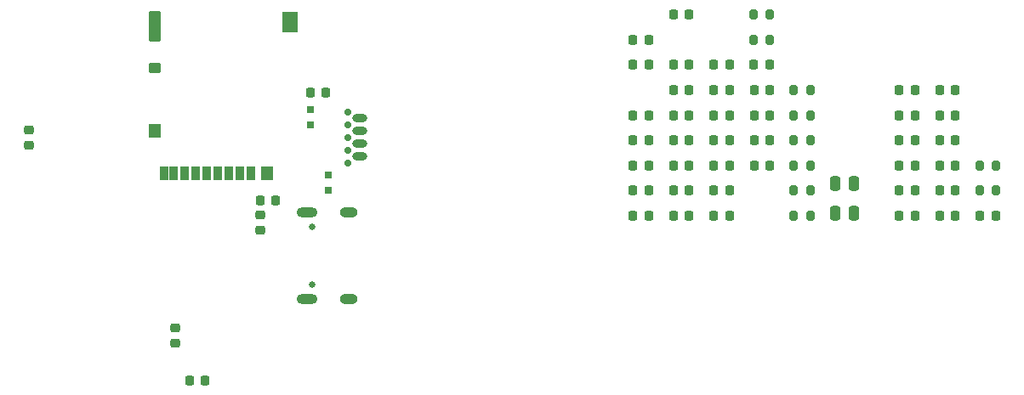
<source format=gbr>
%TF.GenerationSoftware,KiCad,Pcbnew,9.0.1-9.0.1-0~ubuntu24.04.1*%
%TF.CreationDate,2025-06-01T18:05:04-05:00*%
%TF.ProjectId,FC,46432e6b-6963-4616-945f-706362585858,rev?*%
%TF.SameCoordinates,Original*%
%TF.FileFunction,Soldermask,Bot*%
%TF.FilePolarity,Negative*%
%FSLAX46Y46*%
G04 Gerber Fmt 4.6, Leading zero omitted, Abs format (unit mm)*
G04 Created by KiCad (PCBNEW 9.0.1-9.0.1-0~ubuntu24.04.1) date 2025-06-01 18:05:04*
%MOMM*%
%LPD*%
G01*
G04 APERTURE LIST*
G04 Aperture macros list*
%AMRoundRect*
0 Rectangle with rounded corners*
0 $1 Rounding radius*
0 $2 $3 $4 $5 $6 $7 $8 $9 X,Y pos of 4 corners*
0 Add a 4 corners polygon primitive as box body*
4,1,4,$2,$3,$4,$5,$6,$7,$8,$9,$2,$3,0*
0 Add four circle primitives for the rounded corners*
1,1,$1+$1,$2,$3*
1,1,$1+$1,$4,$5*
1,1,$1+$1,$6,$7*
1,1,$1+$1,$8,$9*
0 Add four rect primitives between the rounded corners*
20,1,$1+$1,$2,$3,$4,$5,0*
20,1,$1+$1,$4,$5,$6,$7,0*
20,1,$1+$1,$6,$7,$8,$9,0*
20,1,$1+$1,$8,$9,$2,$3,0*%
G04 Aperture macros list end*
%ADD10R,0.685800X0.711200*%
%ADD11RoundRect,0.225000X-0.225000X-0.250000X0.225000X-0.250000X0.225000X0.250000X-0.225000X0.250000X0*%
%ADD12RoundRect,0.218750X-0.218750X-0.256250X0.218750X-0.256250X0.218750X0.256250X-0.218750X0.256250X0*%
%ADD13RoundRect,0.225000X-0.250000X0.225000X-0.250000X-0.225000X0.250000X-0.225000X0.250000X0.225000X0*%
%ADD14RoundRect,0.200000X-0.200000X-0.275000X0.200000X-0.275000X0.200000X0.275000X-0.200000X0.275000X0*%
%ADD15RoundRect,0.225000X0.250000X-0.225000X0.250000X0.225000X-0.250000X0.225000X-0.250000X-0.225000X0*%
%ADD16C,0.650000*%
%ADD17O,2.100000X1.000000*%
%ADD18O,1.800000X1.000000*%
%ADD19RoundRect,0.250000X-0.250000X-0.475000X0.250000X-0.475000X0.250000X0.475000X-0.250000X0.475000X0*%
%ADD20RoundRect,0.225000X0.225000X0.250000X-0.225000X0.250000X-0.225000X-0.250000X0.225000X-0.250000X0*%
%ADD21C,0.700000*%
%ADD22O,1.500000X0.800000*%
%ADD23RoundRect,0.102000X-0.350000X-0.600000X0.350000X-0.600000X0.350000X0.600000X-0.350000X0.600000X0*%
%ADD24RoundRect,0.102000X-0.500000X-0.600000X0.500000X-0.600000X0.500000X0.600000X-0.500000X0.600000X0*%
%ADD25RoundRect,0.102000X-0.500000X-1.400000X0.500000X-1.400000X0.500000X1.400000X-0.500000X1.400000X0*%
%ADD26RoundRect,0.102000X-0.650000X-0.950000X0.650000X-0.950000X0.650000X0.950000X-0.650000X0.950000X0*%
%ADD27RoundRect,0.102000X-0.500000X-0.400000X0.500000X-0.400000X0.500000X0.400000X-0.500000X0.400000X0*%
G04 APERTURE END LIST*
D10*
%TO.C,U7*%
X195250000Y-68250000D03*
X195250000Y-66751400D03*
%TD*%
D11*
%TO.C,C18*%
X225630000Y-60770000D03*
X227180000Y-60770000D03*
%TD*%
%TO.C,C33*%
X233650000Y-68300000D03*
X235200000Y-68300000D03*
%TD*%
%TO.C,C3*%
X252130000Y-65790000D03*
X253680000Y-65790000D03*
%TD*%
D12*
%TO.C,L1*%
X237647500Y-55750000D03*
X239222500Y-55750000D03*
%TD*%
D11*
%TO.C,C21*%
X225630000Y-53240000D03*
X227180000Y-53240000D03*
%TD*%
%TO.C,C44*%
X237660000Y-63280000D03*
X239210000Y-63280000D03*
%TD*%
%TO.C,C23*%
X229640000Y-70810000D03*
X231190000Y-70810000D03*
%TD*%
%TO.C,C46*%
X237660000Y-58260000D03*
X239210000Y-58260000D03*
%TD*%
%TO.C,C11*%
X256140000Y-60770000D03*
X257690000Y-60770000D03*
%TD*%
%TO.C,C32*%
X233650000Y-70810000D03*
X235200000Y-70810000D03*
%TD*%
%TO.C,C2*%
X252130000Y-68300000D03*
X253680000Y-68300000D03*
%TD*%
D13*
%TO.C,C40*%
X180000000Y-81975000D03*
X180000000Y-83525000D03*
%TD*%
D11*
%TO.C,C26*%
X229640000Y-63280000D03*
X231190000Y-63280000D03*
%TD*%
%TO.C,C27*%
X229640000Y-60770000D03*
X231190000Y-60770000D03*
%TD*%
%TO.C,C24*%
X229640000Y-68300000D03*
X231190000Y-68300000D03*
%TD*%
%TO.C,C14*%
X225630000Y-70810000D03*
X227180000Y-70810000D03*
%TD*%
%TO.C,C7*%
X256140000Y-70810000D03*
X257690000Y-70810000D03*
%TD*%
D14*
%TO.C,R2*%
X237610000Y-50730000D03*
X239260000Y-50730000D03*
%TD*%
D15*
%TO.C,C19*%
X188500000Y-72275000D03*
X188500000Y-70725000D03*
%TD*%
D11*
%TO.C,C37*%
X233650000Y-58260000D03*
X235200000Y-58260000D03*
%TD*%
%TO.C,C45*%
X237660000Y-60770000D03*
X239210000Y-60770000D03*
%TD*%
D16*
%TO.C,J1*%
X193645000Y-77640000D03*
X193645000Y-71860000D03*
D17*
X193145000Y-79070000D03*
D18*
X197325000Y-79070000D03*
D17*
X193145000Y-70430000D03*
D18*
X197325000Y-70430000D03*
%TD*%
D14*
%TO.C,R7*%
X241620000Y-65790000D03*
X243270000Y-65790000D03*
%TD*%
%TO.C,R4*%
X241620000Y-68300000D03*
X243270000Y-68300000D03*
%TD*%
D11*
%TO.C,C31*%
X229640000Y-50730000D03*
X231190000Y-50730000D03*
%TD*%
%TO.C,C15*%
X225630000Y-68300000D03*
X227180000Y-68300000D03*
%TD*%
D14*
%TO.C,R6*%
X260100000Y-65790000D03*
X261750000Y-65790000D03*
%TD*%
%TO.C,R5*%
X260100000Y-68300000D03*
X261750000Y-68300000D03*
%TD*%
D11*
%TO.C,C17*%
X225630000Y-63280000D03*
X227180000Y-63280000D03*
%TD*%
D19*
%TO.C,C47*%
X245725000Y-70560000D03*
X247625000Y-70560000D03*
%TD*%
D15*
%TO.C,C42*%
X165500000Y-63775000D03*
X165500000Y-62225000D03*
%TD*%
D11*
%TO.C,C38*%
X233650000Y-55750000D03*
X235200000Y-55750000D03*
%TD*%
%TO.C,C43*%
X237660000Y-65790000D03*
X239210000Y-65790000D03*
%TD*%
%TO.C,C9*%
X256140000Y-65790000D03*
X257690000Y-65790000D03*
%TD*%
%TO.C,C25*%
X229640000Y-65790000D03*
X231190000Y-65790000D03*
%TD*%
%TO.C,C13*%
X260150000Y-70810000D03*
X261700000Y-70810000D03*
%TD*%
%TO.C,C39*%
X188475000Y-69250000D03*
X190025000Y-69250000D03*
%TD*%
D14*
%TO.C,R9*%
X241620000Y-60770000D03*
X243270000Y-60770000D03*
%TD*%
D11*
%TO.C,C34*%
X233650000Y-65790000D03*
X235200000Y-65790000D03*
%TD*%
%TO.C,C5*%
X252130000Y-60770000D03*
X253680000Y-60770000D03*
%TD*%
%TO.C,C4*%
X252130000Y-63280000D03*
X253680000Y-63280000D03*
%TD*%
%TO.C,C35*%
X233650000Y-63280000D03*
X235200000Y-63280000D03*
%TD*%
%TO.C,C1*%
X252130000Y-70810000D03*
X253680000Y-70810000D03*
%TD*%
%TO.C,C22*%
X181475000Y-87250000D03*
X183025000Y-87250000D03*
%TD*%
%TO.C,C6*%
X252130000Y-58260000D03*
X253680000Y-58260000D03*
%TD*%
%TO.C,C20*%
X225630000Y-55750000D03*
X227180000Y-55750000D03*
%TD*%
%TO.C,C36*%
X233650000Y-60770000D03*
X235200000Y-60770000D03*
%TD*%
%TO.C,C8*%
X256140000Y-68300000D03*
X257690000Y-68300000D03*
%TD*%
D14*
%TO.C,R10*%
X241620000Y-58260000D03*
X243270000Y-58260000D03*
%TD*%
D10*
%TO.C,U8*%
X193500000Y-61750000D03*
X193500000Y-60251400D03*
%TD*%
D20*
%TO.C,C41*%
X195025000Y-58500000D03*
X193475000Y-58500000D03*
%TD*%
D19*
%TO.C,C48*%
X245725000Y-67550000D03*
X247625000Y-67550000D03*
%TD*%
D11*
%TO.C,C16*%
X225630000Y-65790000D03*
X227180000Y-65790000D03*
%TD*%
%TO.C,C29*%
X229640000Y-55750000D03*
X231190000Y-55750000D03*
%TD*%
D14*
%TO.C,R8*%
X241620000Y-63280000D03*
X243270000Y-63280000D03*
%TD*%
D11*
%TO.C,C28*%
X229640000Y-58260000D03*
X231190000Y-58260000D03*
%TD*%
D21*
%TO.C,J34*%
X197213500Y-65540000D03*
X197213500Y-64270000D03*
X197213500Y-63000000D03*
X197213500Y-61730000D03*
X197213500Y-60460000D03*
D22*
X198368500Y-64905000D03*
X198368500Y-63635000D03*
X198368500Y-62365000D03*
X198368500Y-61095000D03*
%TD*%
D14*
%TO.C,R3*%
X241620000Y-70810000D03*
X243270000Y-70810000D03*
%TD*%
D11*
%TO.C,C12*%
X256140000Y-58260000D03*
X257690000Y-58260000D03*
%TD*%
D14*
%TO.C,R1*%
X237610000Y-53240000D03*
X239260000Y-53240000D03*
%TD*%
D11*
%TO.C,C10*%
X256140000Y-63280000D03*
X257690000Y-63280000D03*
%TD*%
D23*
%TO.C,J2*%
X187600000Y-66600000D03*
X186500000Y-66600000D03*
X185400000Y-66600000D03*
X184300000Y-66600000D03*
X183200000Y-66600000D03*
X182100000Y-66600000D03*
X181000000Y-66600000D03*
X179900000Y-66600000D03*
D24*
X178000000Y-62300000D03*
D25*
X178000000Y-51950000D03*
D26*
X191500000Y-51500000D03*
D24*
X189150000Y-66600000D03*
D27*
X178000000Y-56100000D03*
D23*
X178950000Y-66600000D03*
%TD*%
M02*

</source>
